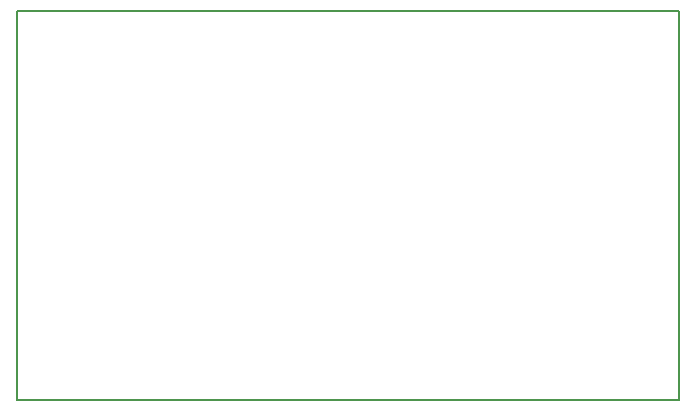
<source format=gbr>
G04 #@! TF.GenerationSoftware,KiCad,Pcbnew,(5.1.5)-3*
G04 #@! TF.CreationDate,2020-04-23T11:09:22+02:00*
G04 #@! TF.ProjectId,RulleGardin,52756c6c-6547-4617-9264-696e2e6b6963,rev?*
G04 #@! TF.SameCoordinates,Original*
G04 #@! TF.FileFunction,Profile,NP*
%FSLAX46Y46*%
G04 Gerber Fmt 4.6, Leading zero omitted, Abs format (unit mm)*
G04 Created by KiCad (PCBNEW (5.1.5)-3) date 2020-04-23 11:09:22*
%MOMM*%
%LPD*%
G04 APERTURE LIST*
%ADD10C,0.150000*%
G04 APERTURE END LIST*
D10*
X148000000Y-119000000D02*
X148000000Y-86000000D01*
X204000000Y-119000000D02*
X148000000Y-119000000D01*
X204000000Y-86000000D02*
X204000000Y-119000000D01*
X148000000Y-86000000D02*
X204000000Y-86000000D01*
M02*

</source>
